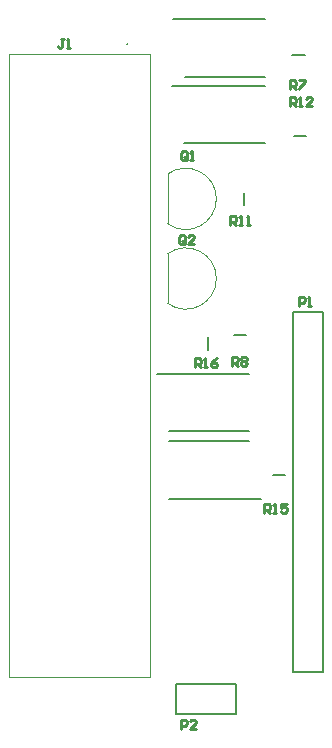
<source format=gbr>
G04*
G04 #@! TF.GenerationSoftware,Altium Limited,Altium Designer,23.0.1 (38)*
G04*
G04 Layer_Color=65535*
%FSLAX44Y44*%
%MOMM*%
G71*
G04*
G04 #@! TF.SameCoordinates,7BCDEA22-2D04-4257-93D8-CBB99C7658D5*
G04*
G04*
G04 #@! TF.FilePolarity,Positive*
G04*
G01*
G75*
%ADD10C,0.2000*%
%ADD11C,0.1000*%
%ADD12C,0.2540*%
D10*
X100500Y593500D02*
G03*
X100500Y593500I-500J0D01*
G01*
X266396Y61387D02*
Y347137D01*
Y366187D01*
X240996D02*
X266396D01*
X240996Y61387D02*
Y366187D01*
Y61387D02*
X266396D01*
X169200Y334625D02*
Y345125D01*
X125900Y314400D02*
X204000D01*
X136000Y265600D02*
X204000D01*
X190618Y346786D02*
X201118D01*
X199333Y456775D02*
Y467275D01*
X223885Y228905D02*
X234384D01*
X135866Y208092D02*
X213966D01*
X135866Y256892D02*
X203866D01*
X138819Y558005D02*
X216919D01*
X148919Y509205D02*
X216919D01*
X139403Y614453D02*
X217503D01*
X149503Y565653D02*
X217503D01*
X240256Y584042D02*
X250756D01*
X241349Y515566D02*
X251849D01*
X192990Y26398D02*
Y51798D01*
X142190Y26398D02*
X192990D01*
X142190D02*
Y51798D01*
X192990D01*
D11*
X134718Y373804D02*
G03*
X134681Y415847I15282J21035D01*
G01*
X134718Y441265D02*
G03*
X134681Y483308I15282J21035D01*
G01*
X120000Y57800D02*
Y585000D01*
X0Y57800D02*
X120000D01*
X0D02*
Y585000D01*
X120000D01*
X134700Y373817D02*
Y415861D01*
X134700Y441278D02*
Y483322D01*
D12*
X145671Y13713D02*
Y21331D01*
X149480D01*
X150750Y20061D01*
Y17522D01*
X149480Y16252D01*
X145671D01*
X158367Y13713D02*
X153289D01*
X158367Y18792D01*
Y20061D01*
X157098Y21331D01*
X154558D01*
X153289Y20061D01*
X157814Y319850D02*
Y327467D01*
X161623D01*
X162893Y326198D01*
Y323659D01*
X161623Y322389D01*
X157814D01*
X160353D02*
X162893Y319850D01*
X165432D02*
X167971D01*
X166701D01*
Y327467D01*
X165432Y326198D01*
X176858Y327467D02*
X174319Y326198D01*
X171780Y323659D01*
Y321119D01*
X173049Y319850D01*
X175588D01*
X176858Y321119D01*
Y322389D01*
X175588Y323659D01*
X171780D01*
X216701Y196431D02*
Y204048D01*
X220510D01*
X221779Y202779D01*
Y200240D01*
X220510Y198970D01*
X216701D01*
X219240D02*
X221779Y196431D01*
X224319D02*
X226858D01*
X225588D01*
Y204048D01*
X224319Y202779D01*
X235745Y204048D02*
X230667D01*
Y200240D01*
X233206Y201509D01*
X234475D01*
X235745Y200240D01*
Y197700D01*
X234475Y196431D01*
X231936D01*
X230667Y197700D01*
X238291Y540782D02*
Y548399D01*
X242100D01*
X243370Y547130D01*
Y544590D01*
X242100Y543321D01*
X238291D01*
X240830D02*
X243370Y540782D01*
X245909D02*
X248448D01*
X247178D01*
Y548399D01*
X245909Y547130D01*
X257335Y540782D02*
X252257D01*
X257335Y545860D01*
Y547130D01*
X256066Y548399D01*
X253526D01*
X252257Y547130D01*
X187535Y440241D02*
Y447858D01*
X191344D01*
X192613Y446589D01*
Y444049D01*
X191344Y442780D01*
X187535D01*
X190074D02*
X192613Y440241D01*
X195153D02*
X197692D01*
X196422D01*
Y447858D01*
X195153Y446589D01*
X201500Y440241D02*
X204040D01*
X202770D01*
Y447858D01*
X201500Y446589D01*
X188839Y320799D02*
Y328417D01*
X192648D01*
X193917Y327147D01*
Y324608D01*
X192648Y323338D01*
X188839D01*
X191378D02*
X193917Y320799D01*
X196457Y327147D02*
X197726Y328417D01*
X200265D01*
X201535Y327147D01*
Y325877D01*
X200265Y324608D01*
X201535Y323338D01*
Y322069D01*
X200265Y320799D01*
X197726D01*
X196457Y322069D01*
Y323338D01*
X197726Y324608D01*
X196457Y325877D01*
Y327147D01*
X197726Y324608D02*
X200265D01*
X238326Y555168D02*
Y562786D01*
X242135D01*
X243404Y561516D01*
Y558977D01*
X242135Y557707D01*
X238326D01*
X240865D02*
X243404Y555168D01*
X245943Y562786D02*
X251022D01*
Y561516D01*
X245943Y556438D01*
Y555168D01*
X149844Y425183D02*
Y430261D01*
X148574Y431531D01*
X146035D01*
X144765Y430261D01*
Y425183D01*
X146035Y423914D01*
X148574D01*
X147304Y426453D02*
X149844Y423914D01*
X148574D02*
X149844Y425183D01*
X157461Y423914D02*
X152383D01*
X157461Y428992D01*
Y430261D01*
X156192Y431531D01*
X153652D01*
X152383Y430261D01*
X151129Y496205D02*
Y501283D01*
X149859Y502553D01*
X147320D01*
X146051Y501283D01*
Y496205D01*
X147320Y494935D01*
X149859D01*
X148590Y497474D02*
X151129Y494935D01*
X149859D02*
X151129Y496205D01*
X153668Y494935D02*
X156207D01*
X154938D01*
Y502553D01*
X153668Y501283D01*
X245632Y371777D02*
Y379394D01*
X249440D01*
X250710Y378125D01*
Y375585D01*
X249440Y374316D01*
X245632D01*
X253249Y371777D02*
X255788D01*
X254519D01*
Y379394D01*
X253249Y378125D01*
X46602Y598056D02*
X44062D01*
X45332D01*
Y591709D01*
X44062Y590439D01*
X42793D01*
X41523Y591709D01*
X49141Y590439D02*
X51680D01*
X50410D01*
Y598056D01*
X49141Y596787D01*
M02*

</source>
